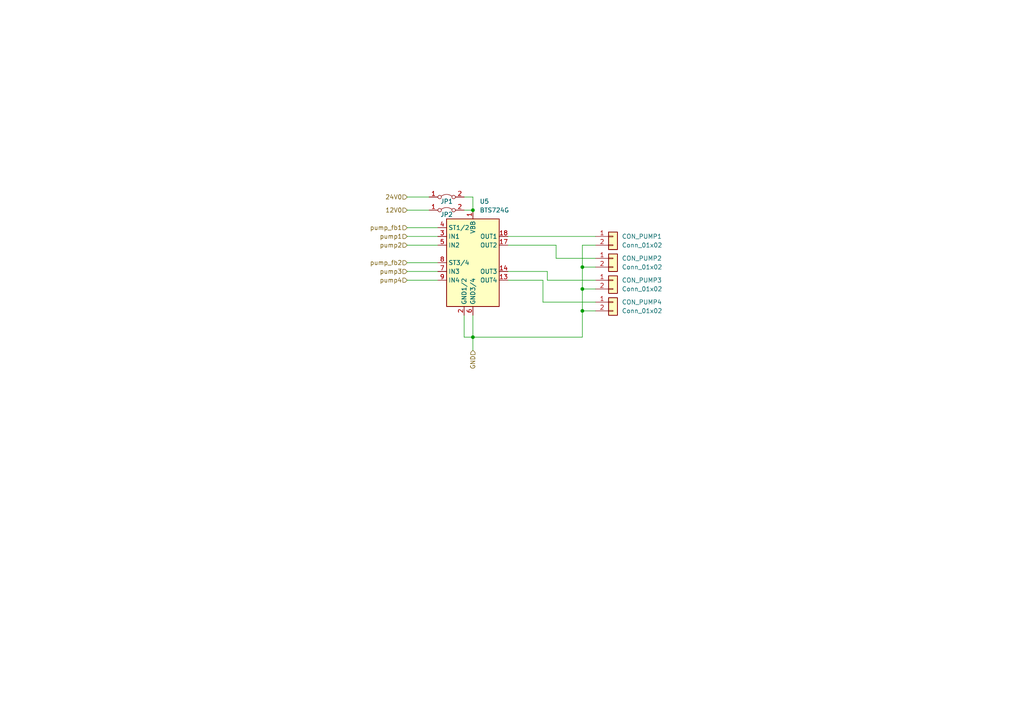
<source format=kicad_sch>
(kicad_sch (version 20230121) (generator eeschema)
  (paper "A4")
  (lib_symbols
    (symbol "Connector_Generic:Conn_01x02" (pin_names (offset 1.016) hide)
      (property "Reference" "J" (at 0 2.54 0))
      (property "Value" "Conn_01x02" (at 0 -5.08 0))
      (symbol "Conn_01x02_1_1"
        (rectangle (start -1.27 -2.413) (end 0 -2.667) (stroke (width 0.1524)))
        (rectangle (start -1.27 0.127) (end 0 -0.127) (stroke (width 0.1524)))
        (rectangle (start -1.27 1.27) (end 1.27 -3.81) (stroke (width 0.254)) (fill (type background)))
        (pin passive line (at -5.08 0 0) (length 3.81) (name "Pin_1") (number "1"))
        (pin passive line (at -5.08 -2.54 0) (length 3.81) (name "Pin_2") (number "2"))
      )
    )
    (symbol "Jumper:Jumper_2_Bridged" (pin_names (offset 0) hide)
      (property "Reference" "JP" (at 0 1.905 0))
      (property "Value" "Jumper_2_Bridged" (at 0 -2.54 0))
      (symbol "Jumper_2_Bridged_0_0"
        (circle (center -2.032 0) (radius 0.508))
        (circle (center 2.032 0) (radius 0.508))
      )
      (symbol "Jumper_2_Bridged_0_1"
        (arc (start 1.524 0.254) (mid 0 0.762) (end -1.524 0.254))
      )
      (symbol "Jumper_2_Bridged_1_1"
        (pin passive line (at -5.08 0 0) (length 2.54) (name "A") (number "1"))
        (pin passive line (at 5.08 0 180) (length 2.54) (name "B") (number "2"))
      )
    )
    (symbol "Power_Management:BTS724G"
      (property "Reference" "U" (at -6.35 13.97 0))
      (property "Value" "BTS724G" (at 5.08 13.97 0))
      (symbol "BTS724G_0_1"
        (rectangle (start -7.62 12.7) (end 7.62 -12.7) (stroke (width 0.254)) (fill (type background)))
      )
      (symbol "BTS724G_1_1"
        (pin power_in line (at 0 15.24 270) (length 2.54) (name "VBB") (number "1"))
        (pin passive line (at 0 15.24 270) (length 2.54) hide (name "VBB") (number "10"))
        (pin passive line (at 0 15.24 270) (length 2.54) hide (name "VBB") (number "11"))
        (pin passive line (at 0 15.24 270) (length 2.54) hide (name "VBB") (number "12"))
        (pin open_emitter line (at 10.16 -5.08 180) (length 2.54) (name "OUT4") (number "13"))
        (pin open_emitter line (at 10.16 -2.54 180) (length 2.54) (name "OUT3") (number "14"))
        (pin passive line (at 0 15.24 270) (length 2.54) hide (name "VBB") (number "15"))
        (pin passive line (at 0 15.24 270) (length 2.54) hide (name "VBB") (number "16"))
        (pin open_emitter line (at 10.16 5.08 180) (length 2.54) (name "OUT2") (number "17"))
        (pin open_emitter line (at 10.16 7.62 180) (length 2.54) (name "OUT1") (number "18"))
        (pin passive line (at 0 15.24 270) (length 2.54) hide (name "VBB") (number "19"))
        (pin power_in line (at -2.54 -15.24 90) (length 2.54) (name "GND1/2") (number "2"))
        (pin passive line (at 0 15.24 270) (length 2.54) hide (name "VBB") (number "20"))
        (pin input line (at -10.16 7.62 0) (length 2.54) (name "IN1") (number "3"))
        (pin open_collector line (at -10.16 10.16 0) (length 2.54) (name "ST1/2") (number "4"))
        (pin input line (at -10.16 5.08 0) (length 2.54) (name "IN2") (number "5"))
        (pin power_in line (at 0 -15.24 90) (length 2.54) (name "GND3/4") (number "6"))
        (pin input line (at -10.16 -2.54 0) (length 2.54) (name "IN3") (number "7"))
        (pin open_collector line (at -10.16 0 0) (length 2.54) (name "ST3/4") (number "8"))
        (pin input line (at -10.16 -5.08 0) (length 2.54) (name "IN4") (number "9"))
      )
    )
  )
  (junction (at 137.16 60.96))
  (junction (at 137.16 97.79))
  (junction (at 168.91 90.17))
  (junction (at 168.91 83.82))
  (junction (at 168.91 77.47))
  (wire (pts (xy 137.16 91.44) (xy 137.16 97.79)))
  (wire (pts (xy 118.11 76.2) (xy 127 76.2)))
  (wire (pts (xy 158.75 81.28) (xy 158.75 78.74)))
  (wire (pts (xy 168.91 77.47) (xy 168.91 71.12)))
  (wire (pts (xy 168.91 97.79) (xy 168.91 90.17)))
  (wire (pts (xy 147.32 68.58) (xy 172.72 68.58)))
  (wire (pts (xy 172.72 87.63) (xy 157.48 87.63)))
  (wire (pts (xy 168.91 90.17) (xy 172.72 90.17)))
  (wire (pts (xy 168.91 90.17) (xy 168.91 83.82)))
  (wire (pts (xy 118.11 60.96) (xy 124.46 60.96)))
  (wire (pts (xy 161.29 71.12) (xy 161.29 74.93)))
  (wire (pts (xy 168.91 77.47) (xy 172.72 77.47)))
  (wire (pts (xy 147.32 81.28) (xy 157.48 81.28)))
  (wire (pts (xy 158.75 78.74) (xy 147.32 78.74)))
  (wire (pts (xy 134.62 60.96) (xy 137.16 60.96)))
  (wire (pts (xy 118.11 81.28) (xy 127 81.28)))
  (wire (pts (xy 168.91 83.82) (xy 172.72 83.82)))
  (wire (pts (xy 161.29 74.93) (xy 172.72 74.93)))
  (wire (pts (xy 168.91 83.82) (xy 168.91 77.47)))
  (wire (pts (xy 134.62 91.44) (xy 134.62 97.79)))
  (wire (pts (xy 118.11 71.12) (xy 127 71.12)))
  (wire (pts (xy 137.16 97.79) (xy 137.16 101.6)))
  (wire (pts (xy 118.11 68.58) (xy 127 68.58)))
  (wire (pts (xy 157.48 87.63) (xy 157.48 81.28)))
  (wire (pts (xy 118.11 66.04) (xy 127 66.04)))
  (wire (pts (xy 134.62 97.79) (xy 137.16 97.79)))
  (wire (pts (xy 168.91 71.12) (xy 172.72 71.12)))
  (wire (pts (xy 134.62 57.15) (xy 137.16 57.15)))
  (wire (pts (xy 137.16 97.79) (xy 168.91 97.79)))
  (wire (pts (xy 118.11 78.74) (xy 127 78.74)))
  (wire (pts (xy 172.72 81.28) (xy 158.75 81.28)))
  (wire (pts (xy 137.16 60.96) (xy 137.16 57.15)))
  (wire (pts (xy 118.11 57.15) (xy 124.46 57.15)))
  (wire (pts (xy 147.32 71.12) (xy 161.29 71.12)))
  (hierarchical_label "pump4" (shape input) (at 118.11 81.28 180))
  (hierarchical_label "pump2" (shape input) (at 118.11 71.12 180))
  (hierarchical_label "24V0" (shape input) (at 118.11 57.15 180))
  (hierarchical_label "pump_fb2" (shape input) (at 118.11 76.2 180))
  (hierarchical_label " GND" (shape input) (at 137.16 101.6 270))
  (hierarchical_label "pump3" (shape input) (at 118.11 78.74 180))
  (hierarchical_label "12V0" (shape input) (at 118.11 60.96 180))
  (hierarchical_label "pump_fb1" (shape input) (at 118.11 66.04 180))
  (hierarchical_label "pump1" (shape input) (at 118.11 68.58 180))
  (symbol (lib_id "Connector_Generic:Conn_01x02") (at 177.8 81.28 0) (unit 1)
    (property "Reference" "CON_PUMP3" (at 180.34 81.28 0) (effects (justify left)))
    (property "Value" "Conn_01x02" (at 180.34 83.82 0) (effects (justify left)))
  )
  (symbol (lib_id "Connector_Generic:Conn_01x02") (at 177.8 87.63 0) (unit 1)
    (property "Reference" "CON_PUMP4" (at 180.34 87.63 0) (effects (justify left)))
    (property "Value" "Conn_01x02" (at 180.34 90.17 0) (effects (justify left)))
  )
  (symbol (lib_id "Connector_Generic:Conn_01x02") (at 177.8 68.58 0) (unit 1)
    (property "Reference" "CON_PUMP1" (at 180.34 68.58 0) (effects (justify left)))
    (property "Value" "Conn_01x02" (at 180.34 71.12 0) (effects (justify left)))
  )
  (symbol (lib_id "Jumper:Jumper_2_Bridged") (at 129.54 60.96 0) (unit 1)
    (property "Reference" "JP2" (at 129.54 62.23 0))
    (property "Value" "Jumper_2_Bridged" (effects hide))
    (instances (project "rollo control" (path "" (reference "JP2") (unit 1)) (path "" (reference "JP7") (unit 1))))
  )
  (symbol (lib_id "Jumper:Jumper_2_Bridged") (at 129.54 57.15 0) (unit 1)
    (property "Reference" "JP1" (at 129.54 58.42 0))
    (property "Value" "Jumper_2_Bridged" (effects hide))
    (instances (project "rollo control" (path "" (reference "JP1") (unit 1)) (path "" (reference "JP6") (unit 1))))
  )
  (symbol (lib_id "Connector_Generic:Conn_01x02") (at 177.8 74.93 0) (unit 1)
    (property "Reference" "CON_PUMP2" (at 180.34 74.93 0) (effects (justify left)))
    (property "Value" "Conn_01x02" (at 180.34 77.47 0) (effects (justify left)))
  )
  (symbol (lib_id "Power_Management:BTS724G") (at 137.16 76.2 0) (unit 1)
    (property "Reference" "U5" (at 139.1159 58.42 0) (effects (justify left)))
    (property "Value" "BTS724G" (at 139.1159 60.96 0) (effects (justify left)))
    (property "Footprint" "Package_SO:Infineon_PG-DSO-20-32" (effects hide))
    (property "Datasheet" "https://www.infineon.com/dgdl/Infineon-BTS724G-DS-v01_00-EN.pdf?fileId=5546d4625a888733015aa3a2f1030ff1" (effects hide))
    (instances (project "rollo control" (path "" (reference "U5") (unit 1)) (path "" (reference "U7") (unit 1))))
  )
)
</source>
